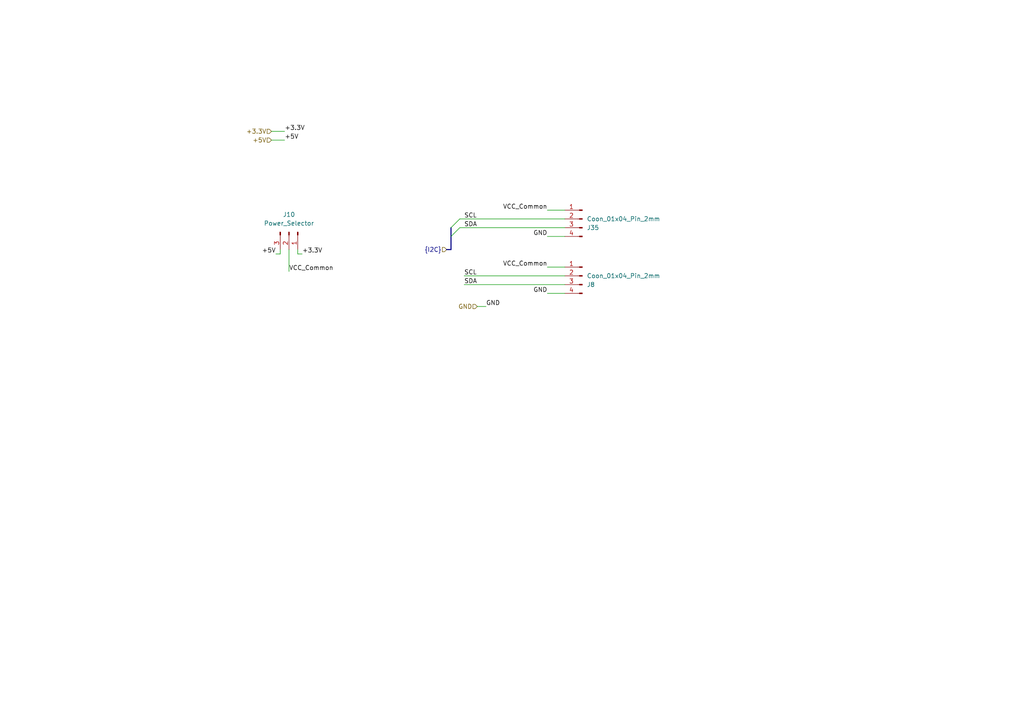
<source format=kicad_sch>
(kicad_sch (version 20231120) (generator "eeschema") (generator_version "8.0")
  (paper "A4")
  (title_block (date "2024-08-29") (rev "1.0") (company "Designed by CREPP-NLG"))
  (lib_symbols
    (symbol "CREPP_Connectors_2mm:Conn_01x04_Pin_JST" (pin_names (offset 1.016) hide)
      (property "Reference" "J" (at 0 5.08 0))
      (property "Value" "Coon_01x04_Pin_2mm" (at 0 -7.62 0))
      (symbol "Conn_01x04_Pin_JST_1_1"
        (polyline (pts (xy 1.27 -5.08) (xy 0.8636 -5.08)) (stroke (width 0.1524)))
        (polyline (pts (xy 1.27 -2.54) (xy 0.8636 -2.54)) (stroke (width 0.1524)))
        (polyline (pts (xy 1.27 0) (xy 0.8636 0)) (stroke (width 0.1524)))
        (polyline (pts (xy 1.27 2.54) (xy 0.8636 2.54)) (stroke (width 0.1524)))
        (rectangle (start 0.8636 -4.953) (end 0 -5.207) (stroke (width 0.1524)) (fill (type outline)))
        (rectangle (start 0.8636 -2.413) (end 0 -2.667) (stroke (width 0.1524)) (fill (type outline)))
        (rectangle (start 0.8636 0.127) (end 0 -0.127) (stroke (width 0.1524)) (fill (type outline)))
        (rectangle (start 0.8636 2.667) (end 0 2.413) (stroke (width 0.1524)) (fill (type outline)))
        (pin passive line (at 5.08 2.54 180) (length 3.81) (name "Pin_1") (number "1"))
        (pin passive line (at 5.08 0 180) (length 3.81) (name "Pin_2") (number "2"))
        (pin passive line (at 5.08 -2.54 180) (length 3.81) (name "Pin_3") (number "3"))
        (pin passive line (at 5.08 -5.08 180) (length 3.81) (name "Pin_4") (number "4"))
      )
    )
    (symbol "Connector:Conn_01x03_Pin" (pin_names (offset 1.016) hide)
      (property "Reference" "J" (at 0 5.08 0))
      (property "Value" "Conn_01x03_Pin" (at 0 -5.08 0))
      (symbol "Conn_01x03_Pin_1_1"
        (polyline (pts (xy 1.27 -2.54) (xy 0.8636 -2.54)) (stroke (width 0.1524)))
        (polyline (pts (xy 1.27 0) (xy 0.8636 0)) (stroke (width 0.1524)))
        (polyline (pts (xy 1.27 2.54) (xy 0.8636 2.54)) (stroke (width 0.1524)))
        (rectangle (start 0.8636 -2.413) (end 0 -2.667) (stroke (width 0.1524)) (fill (type outline)))
        (rectangle (start 0.8636 0.127) (end 0 -0.127) (stroke (width 0.1524)) (fill (type outline)))
        (rectangle (start 0.8636 2.667) (end 0 2.413) (stroke (width 0.1524)) (fill (type outline)))
        (pin passive line (at 5.08 2.54 180) (length 3.81) (name "Pin_1") (number "1"))
        (pin passive line (at 5.08 0 180) (length 3.81) (name "Pin_2") (number "2"))
        (pin passive line (at 5.08 -2.54 180) (length 3.81) (name "Pin_3") (number "3"))
      )
    )
  )
  (bus_entry (at 133.35 66.04) (size -2.54 2.54))
  (bus_entry (at 133.35 63.5) (size -2.54 2.54))
  (wire (pts (xy 134.62 82.55) (xy 163.83 82.55)))
  (bus (pts (xy 130.81 72.39) (xy 130.81 68.58)))
  (bus (pts (xy 130.81 68.58) (xy 130.81 66.04)))
  (wire (pts (xy 158.75 60.96) (xy 163.83 60.96)))
  (wire (pts (xy 78.74 38.1) (xy 82.55 38.1)))
  (wire (pts (xy 81.28 72.39) (xy 81.28 73.66)))
  (wire (pts (xy 86.36 73.66) (xy 87.63 73.66)))
  (wire (pts (xy 81.28 73.66) (xy 80.01 73.66)))
  (wire (pts (xy 138.43 88.9) (xy 140.97 88.9)))
  (wire (pts (xy 86.36 72.39) (xy 86.36 73.66)))
  (wire (pts (xy 158.75 68.58) (xy 163.83 68.58)))
  (wire (pts (xy 133.35 63.5) (xy 163.83 63.5)))
  (wire (pts (xy 134.62 80.01) (xy 163.83 80.01)))
  (bus (pts (xy 129.54 72.39) (xy 130.81 72.39)))
  (wire (pts (xy 83.82 72.39) (xy 83.82 78.74)))
  (wire (pts (xy 78.74 40.64) (xy 82.55 40.64)))
  (wire (pts (xy 158.75 85.09) (xy 163.83 85.09)))
  (wire (pts (xy 133.35 66.04) (xy 163.83 66.04)))
  (wire (pts (xy 158.75 77.47) (xy 163.83 77.47)))
  (label "VCC_Common" (at 158.75 60.96 180))
  (label "VCC_Common" (at 158.75 77.47 180))
  (label "+5V" (at 80.01 73.66 180))
  (label "GND" (at 140.97 88.9 0))
  (label "SDA" (at 134.62 66.04 0))
  (label "GND" (at 158.75 68.58 180))
  (label "SCL" (at 134.62 63.5 0))
  (label "GND" (at 158.75 85.09 180))
  (label "+3.3V" (at 87.63 73.66 0))
  (label "+5V" (at 82.55 40.64 0))
  (label "+3.3V" (at 82.55 38.1 0))
  (label "SDA" (at 134.62 82.55 0))
  (label "VCC_Common" (at 83.82 78.74 0))
  (label "SCL" (at 134.62 80.01 0))
  (hierarchical_label "+3.3V" (shape input) (at 78.74 38.1 180))
  (hierarchical_label "{I2C}" (shape input) (at 129.54 72.39 180))
  (hierarchical_label "GND" (shape input) (at 138.43 88.9 180))
  (hierarchical_label "+5V" (shape input) (at 78.74 40.64 180))
  (symbol (lib_id "CREPP_Connectors_2mm:Conn_01x04_Pin_JST") (at 168.91 80.01 0) (mirror y) (unit 1)
    (property "Reference" "J8" (at 170.18 82.5501 0) (effects (justify right)))
    (property "Value" "Coon_01x04_Pin_2mm" (at 170.18 80.0101 0) (effects (justify right)))
    (property "Footprint" "Connector_JST:JST_PH_B4B-PH-K_1x04_P2.00mm_Vertical" (effects (hide yes)))
    (property "Description" "Generic connector, single row, 01x04, script generated" (effects (hide yes)))
  )
  (symbol (lib_id "Connector:Conn_01x03_Pin") (at 83.82 67.31 270) (unit 1)
    (property "Reference" "J10" (at 83.82 62.23 90))
    (property "Value" "Power_Selector" (at 83.82 64.77 90))
    (property "Footprint" "Connector_PinHeader_2.54mm:PinHeader_1x03_P2.54mm_Vertical" (effects (hide yes)))
    (property "Description" "Generic connector, single row, 01x03, script generated" (effects (hide yes)))
  )
  (symbol (lib_id "CREPP_Connectors_2mm:Conn_01x04_Pin_JST") (at 168.91 63.5 0) (mirror y) (unit 1)
    (property "Reference" "J35" (at 170.18 66.0401 0) (effects (justify right)))
    (property "Value" "Coon_01x04_Pin_2mm" (at 170.18 63.5001 0) (effects (justify right)))
    (property "Footprint" "Connector_JST:JST_PH_B4B-PH-K_1x04_P2.00mm_Vertical" (effects (hide yes)))
    (property "Description" "Generic connector, single row, 01x04, script generated" (effects (hide yes)))
  )
)
</source>
